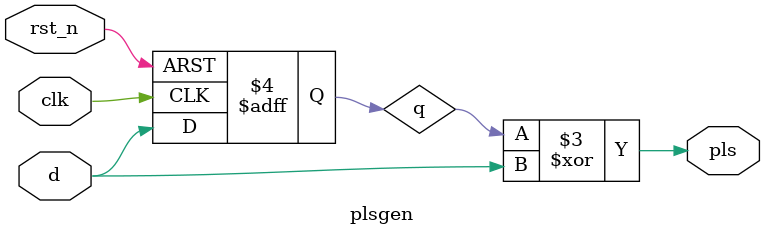
<source format=v>
`timescale 1ns/1ps


module plsgen (
	input  wire clk,
	input  wire rst_n,
	input  wire d,
	output wire pls
);

reg q;


always @(posedge clk or negedge rst_n) begin
  if (!rst_n) q <= 1'b0;
  else 		  q <= d;
end

assign pls = q ^ d;

endmodule
</source>
